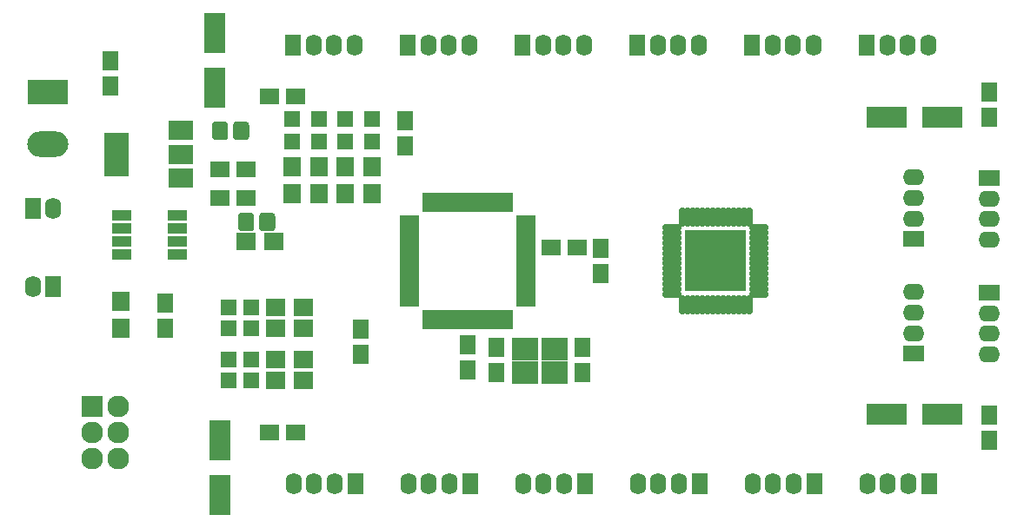
<source format=gts>
G04 #@! TF.GenerationSoftware,KiCad,Pcbnew,(5.0.0)*
G04 #@! TF.CreationDate,2019-08-07T23:03:13+02:00*
G04 #@! TF.ProjectId,minireklame,6D696E6972656B6C616D652E6B696361,rev?*
G04 #@! TF.SameCoordinates,Original*
G04 #@! TF.FileFunction,Soldermask,Top*
G04 #@! TF.FilePolarity,Negative*
%FSLAX46Y46*%
G04 Gerber Fmt 4.6, Leading zero omitted, Abs format (unit mm)*
G04 Created by KiCad (PCBNEW (5.0.0)) date 08/07/19 23:03:13*
%MOMM*%
%LPD*%
G01*
G04 APERTURE LIST*
%ADD10R,2.127200X2.127200*%
%ADD11O,2.127200X2.127200*%
%ADD12R,4.000000X2.480000*%
%ADD13O,4.000000X2.480000*%
%ADD14C,0.100000*%
%ADD15C,1.550000*%
%ADD16R,1.600000X2.100000*%
%ADD17O,1.600000X2.100000*%
%ADD18R,2.100000X1.600000*%
%ADD19O,2.100000X1.600000*%
%ADD20O,1.900000X0.700000*%
%ADD21O,0.700000X1.900000*%
%ADD22R,6.000000X6.000000*%
%ADD23R,1.700000X1.900000*%
%ADD24R,1.600000X1.600000*%
%ADD25R,1.950000X1.000000*%
%ADD26R,2.400000X4.200000*%
%ADD27R,2.400000X1.900000*%
%ADD28R,1.900000X1.700000*%
%ADD29R,2.500000X2.200000*%
%ADD30R,2.000000X3.900000*%
%ADD31R,3.900000X2.000000*%
%ADD32R,1.900000X1.650000*%
%ADD33R,1.650000X1.900000*%
%ADD34R,1.900000X0.950000*%
%ADD35R,0.950000X1.900000*%
G04 APERTURE END LIST*
D10*
G04 #@! TO.C,P18*
X78999000Y-88984000D03*
D11*
X81539000Y-88984000D03*
X78999000Y-91524000D03*
X81539000Y-91524000D03*
X78999000Y-94064000D03*
X81539000Y-94064000D03*
G04 #@! TD*
D12*
G04 #@! TO.C,P17*
X74681000Y-58306000D03*
D13*
X74681000Y-63386000D03*
G04 #@! TD*
D14*
G04 #@! TO.C,R12*
G36*
X94456071Y-70051623D02*
X94488781Y-70056475D01*
X94520857Y-70064509D01*
X94551991Y-70075649D01*
X94581884Y-70089787D01*
X94610247Y-70106787D01*
X94636807Y-70126485D01*
X94661308Y-70148692D01*
X94683515Y-70173193D01*
X94703213Y-70199753D01*
X94720213Y-70228116D01*
X94734351Y-70258009D01*
X94745491Y-70289143D01*
X94753525Y-70321219D01*
X94758377Y-70353929D01*
X94760000Y-70386956D01*
X94760000Y-71513044D01*
X94758377Y-71546071D01*
X94753525Y-71578781D01*
X94745491Y-71610857D01*
X94734351Y-71641991D01*
X94720213Y-71671884D01*
X94703213Y-71700247D01*
X94683515Y-71726807D01*
X94661308Y-71751308D01*
X94636807Y-71773515D01*
X94610247Y-71793213D01*
X94581884Y-71810213D01*
X94551991Y-71824351D01*
X94520857Y-71835491D01*
X94488781Y-71843525D01*
X94456071Y-71848377D01*
X94423044Y-71850000D01*
X93546956Y-71850000D01*
X93513929Y-71848377D01*
X93481219Y-71843525D01*
X93449143Y-71835491D01*
X93418009Y-71824351D01*
X93388116Y-71810213D01*
X93359753Y-71793213D01*
X93333193Y-71773515D01*
X93308692Y-71751308D01*
X93286485Y-71726807D01*
X93266787Y-71700247D01*
X93249787Y-71671884D01*
X93235649Y-71641991D01*
X93224509Y-71610857D01*
X93216475Y-71578781D01*
X93211623Y-71546071D01*
X93210000Y-71513044D01*
X93210000Y-70386956D01*
X93211623Y-70353929D01*
X93216475Y-70321219D01*
X93224509Y-70289143D01*
X93235649Y-70258009D01*
X93249787Y-70228116D01*
X93266787Y-70199753D01*
X93286485Y-70173193D01*
X93308692Y-70148692D01*
X93333193Y-70126485D01*
X93359753Y-70106787D01*
X93388116Y-70089787D01*
X93418009Y-70075649D01*
X93449143Y-70064509D01*
X93481219Y-70056475D01*
X93513929Y-70051623D01*
X93546956Y-70050000D01*
X94423044Y-70050000D01*
X94456071Y-70051623D01*
X94456071Y-70051623D01*
G37*
D15*
X93985000Y-70950000D03*
D14*
G36*
X96506071Y-70051623D02*
X96538781Y-70056475D01*
X96570857Y-70064509D01*
X96601991Y-70075649D01*
X96631884Y-70089787D01*
X96660247Y-70106787D01*
X96686807Y-70126485D01*
X96711308Y-70148692D01*
X96733515Y-70173193D01*
X96753213Y-70199753D01*
X96770213Y-70228116D01*
X96784351Y-70258009D01*
X96795491Y-70289143D01*
X96803525Y-70321219D01*
X96808377Y-70353929D01*
X96810000Y-70386956D01*
X96810000Y-71513044D01*
X96808377Y-71546071D01*
X96803525Y-71578781D01*
X96795491Y-71610857D01*
X96784351Y-71641991D01*
X96770213Y-71671884D01*
X96753213Y-71700247D01*
X96733515Y-71726807D01*
X96711308Y-71751308D01*
X96686807Y-71773515D01*
X96660247Y-71793213D01*
X96631884Y-71810213D01*
X96601991Y-71824351D01*
X96570857Y-71835491D01*
X96538781Y-71843525D01*
X96506071Y-71848377D01*
X96473044Y-71850000D01*
X95596956Y-71850000D01*
X95563929Y-71848377D01*
X95531219Y-71843525D01*
X95499143Y-71835491D01*
X95468009Y-71824351D01*
X95438116Y-71810213D01*
X95409753Y-71793213D01*
X95383193Y-71773515D01*
X95358692Y-71751308D01*
X95336485Y-71726807D01*
X95316787Y-71700247D01*
X95299787Y-71671884D01*
X95285649Y-71641991D01*
X95274509Y-71610857D01*
X95266475Y-71578781D01*
X95261623Y-71546071D01*
X95260000Y-71513044D01*
X95260000Y-70386956D01*
X95261623Y-70353929D01*
X95266475Y-70321219D01*
X95274509Y-70289143D01*
X95285649Y-70258009D01*
X95299787Y-70228116D01*
X95316787Y-70199753D01*
X95336485Y-70173193D01*
X95358692Y-70148692D01*
X95383193Y-70126485D01*
X95409753Y-70106787D01*
X95438116Y-70089787D01*
X95468009Y-70075649D01*
X95499143Y-70064509D01*
X95531219Y-70056475D01*
X95563929Y-70051623D01*
X95596956Y-70050000D01*
X96473044Y-70050000D01*
X96506071Y-70051623D01*
X96506071Y-70051623D01*
G37*
D15*
X96035000Y-70950000D03*
G04 #@! TD*
D14*
G04 #@! TO.C,R11*
G36*
X91916071Y-61161623D02*
X91948781Y-61166475D01*
X91980857Y-61174509D01*
X92011991Y-61185649D01*
X92041884Y-61199787D01*
X92070247Y-61216787D01*
X92096807Y-61236485D01*
X92121308Y-61258692D01*
X92143515Y-61283193D01*
X92163213Y-61309753D01*
X92180213Y-61338116D01*
X92194351Y-61368009D01*
X92205491Y-61399143D01*
X92213525Y-61431219D01*
X92218377Y-61463929D01*
X92220000Y-61496956D01*
X92220000Y-62623044D01*
X92218377Y-62656071D01*
X92213525Y-62688781D01*
X92205491Y-62720857D01*
X92194351Y-62751991D01*
X92180213Y-62781884D01*
X92163213Y-62810247D01*
X92143515Y-62836807D01*
X92121308Y-62861308D01*
X92096807Y-62883515D01*
X92070247Y-62903213D01*
X92041884Y-62920213D01*
X92011991Y-62934351D01*
X91980857Y-62945491D01*
X91948781Y-62953525D01*
X91916071Y-62958377D01*
X91883044Y-62960000D01*
X91006956Y-62960000D01*
X90973929Y-62958377D01*
X90941219Y-62953525D01*
X90909143Y-62945491D01*
X90878009Y-62934351D01*
X90848116Y-62920213D01*
X90819753Y-62903213D01*
X90793193Y-62883515D01*
X90768692Y-62861308D01*
X90746485Y-62836807D01*
X90726787Y-62810247D01*
X90709787Y-62781884D01*
X90695649Y-62751991D01*
X90684509Y-62720857D01*
X90676475Y-62688781D01*
X90671623Y-62656071D01*
X90670000Y-62623044D01*
X90670000Y-61496956D01*
X90671623Y-61463929D01*
X90676475Y-61431219D01*
X90684509Y-61399143D01*
X90695649Y-61368009D01*
X90709787Y-61338116D01*
X90726787Y-61309753D01*
X90746485Y-61283193D01*
X90768692Y-61258692D01*
X90793193Y-61236485D01*
X90819753Y-61216787D01*
X90848116Y-61199787D01*
X90878009Y-61185649D01*
X90909143Y-61174509D01*
X90941219Y-61166475D01*
X90973929Y-61161623D01*
X91006956Y-61160000D01*
X91883044Y-61160000D01*
X91916071Y-61161623D01*
X91916071Y-61161623D01*
G37*
D15*
X91445000Y-62060000D03*
D14*
G36*
X93966071Y-61161623D02*
X93998781Y-61166475D01*
X94030857Y-61174509D01*
X94061991Y-61185649D01*
X94091884Y-61199787D01*
X94120247Y-61216787D01*
X94146807Y-61236485D01*
X94171308Y-61258692D01*
X94193515Y-61283193D01*
X94213213Y-61309753D01*
X94230213Y-61338116D01*
X94244351Y-61368009D01*
X94255491Y-61399143D01*
X94263525Y-61431219D01*
X94268377Y-61463929D01*
X94270000Y-61496956D01*
X94270000Y-62623044D01*
X94268377Y-62656071D01*
X94263525Y-62688781D01*
X94255491Y-62720857D01*
X94244351Y-62751991D01*
X94230213Y-62781884D01*
X94213213Y-62810247D01*
X94193515Y-62836807D01*
X94171308Y-62861308D01*
X94146807Y-62883515D01*
X94120247Y-62903213D01*
X94091884Y-62920213D01*
X94061991Y-62934351D01*
X94030857Y-62945491D01*
X93998781Y-62953525D01*
X93966071Y-62958377D01*
X93933044Y-62960000D01*
X93056956Y-62960000D01*
X93023929Y-62958377D01*
X92991219Y-62953525D01*
X92959143Y-62945491D01*
X92928009Y-62934351D01*
X92898116Y-62920213D01*
X92869753Y-62903213D01*
X92843193Y-62883515D01*
X92818692Y-62861308D01*
X92796485Y-62836807D01*
X92776787Y-62810247D01*
X92759787Y-62781884D01*
X92745649Y-62751991D01*
X92734509Y-62720857D01*
X92726475Y-62688781D01*
X92721623Y-62656071D01*
X92720000Y-62623044D01*
X92720000Y-61496956D01*
X92721623Y-61463929D01*
X92726475Y-61431219D01*
X92734509Y-61399143D01*
X92745649Y-61368009D01*
X92759787Y-61338116D01*
X92776787Y-61309753D01*
X92796485Y-61283193D01*
X92818692Y-61258692D01*
X92843193Y-61236485D01*
X92869753Y-61216787D01*
X92898116Y-61199787D01*
X92928009Y-61185649D01*
X92959143Y-61174509D01*
X92991219Y-61166475D01*
X93023929Y-61161623D01*
X93056956Y-61160000D01*
X93933044Y-61160000D01*
X93966071Y-61161623D01*
X93966071Y-61161623D01*
G37*
D15*
X93495000Y-62060000D03*
G04 #@! TD*
D16*
G04 #@! TO.C,P20*
X75189000Y-77300000D03*
D17*
X73189000Y-77300000D03*
G04 #@! TD*
D16*
G04 #@! TO.C,P19*
X73189000Y-69680000D03*
D17*
X75189000Y-69680000D03*
G04 #@! TD*
D16*
G04 #@! TO.C,P10*
X154437000Y-53728800D03*
D17*
X156437000Y-53728800D03*
X158437000Y-53728800D03*
X160437000Y-53728800D03*
G04 #@! TD*
D18*
G04 #@! TO.C,P7*
X159009000Y-83808000D03*
D19*
X159009000Y-81808000D03*
X159009000Y-79808000D03*
X159009000Y-77808000D03*
G04 #@! TD*
D18*
G04 #@! TO.C,P15*
X166375000Y-66696000D03*
D19*
X166375000Y-68696000D03*
X166375000Y-70696000D03*
X166375000Y-72696000D03*
G04 #@! TD*
D16*
G04 #@! TO.C,P4*
X104599411Y-96451671D03*
D17*
X102599411Y-96451671D03*
X100599411Y-96451671D03*
X98599411Y-96451671D03*
G04 #@! TD*
D16*
G04 #@! TO.C,P14*
X143261000Y-53728800D03*
D17*
X145261000Y-53728800D03*
X147261000Y-53728800D03*
X149261000Y-53728800D03*
G04 #@! TD*
D18*
G04 #@! TO.C,P3*
X166375000Y-77872000D03*
D19*
X166375000Y-79872000D03*
X166375000Y-81872000D03*
X166375000Y-83872000D03*
G04 #@! TD*
D16*
G04 #@! TO.C,P13*
X132085000Y-53728800D03*
D17*
X134085000Y-53728800D03*
X136085000Y-53728800D03*
X138085000Y-53728800D03*
G04 #@! TD*
D16*
G04 #@! TO.C,P2*
X149303411Y-96451671D03*
D17*
X147303411Y-96451671D03*
X145303411Y-96451671D03*
X143303411Y-96451671D03*
G04 #@! TD*
D16*
G04 #@! TO.C,P1*
X138127411Y-96451671D03*
D17*
X136127411Y-96451671D03*
X134127411Y-96451671D03*
X132127411Y-96451671D03*
G04 #@! TD*
D16*
G04 #@! TO.C,P0*
X115775411Y-96451671D03*
D17*
X113775411Y-96451671D03*
X111775411Y-96451671D03*
X109775411Y-96451671D03*
G04 #@! TD*
D20*
G04 #@! TO.C,U3*
X143955000Y-78010000D03*
X143955000Y-77510000D03*
X143955000Y-77010000D03*
X143955000Y-76510000D03*
X143955000Y-76010000D03*
X143955000Y-75510000D03*
X143955000Y-75010000D03*
X143955000Y-74510000D03*
X143955000Y-74010000D03*
X143955000Y-73510000D03*
X143955000Y-73010000D03*
X143955000Y-72510000D03*
X143955000Y-72010000D03*
X143955000Y-71510000D03*
D21*
X142955000Y-70510000D03*
X142455000Y-70510000D03*
X141955000Y-70510000D03*
X141455000Y-70510000D03*
X140955000Y-70510000D03*
X140455000Y-70510000D03*
X139955000Y-70510000D03*
X139455000Y-70510000D03*
X138955000Y-70510000D03*
X138455000Y-70510000D03*
X137955000Y-70510000D03*
X137455000Y-70510000D03*
X136955000Y-70510000D03*
X136455000Y-70510000D03*
D20*
X135455000Y-71510000D03*
X135455000Y-72010000D03*
X135455000Y-72510000D03*
X135455000Y-73010000D03*
X135455000Y-73510000D03*
X135455000Y-74010000D03*
X135455000Y-74510000D03*
X135455000Y-75010000D03*
X135455000Y-75510000D03*
X135455000Y-76010000D03*
X135455000Y-76510000D03*
X135455000Y-77010000D03*
X135455000Y-77510000D03*
X135455000Y-78010000D03*
D21*
X136455000Y-79010000D03*
X136955000Y-79010000D03*
X137455000Y-79010000D03*
X137955000Y-79010000D03*
X138455000Y-79010000D03*
X138955000Y-79010000D03*
X139455000Y-79010000D03*
X139955000Y-79010000D03*
X140455000Y-79010000D03*
X140955000Y-79010000D03*
X141455000Y-79010000D03*
X141955000Y-79010000D03*
X142455000Y-79010000D03*
X142955000Y-79010000D03*
D22*
X139705000Y-74760000D03*
G04 #@! TD*
D23*
G04 #@! TO.C,R10*
X98487000Y-65538000D03*
X98487000Y-68238000D03*
G04 #@! TD*
G04 #@! TO.C,R9*
X101075000Y-65538000D03*
X101075000Y-68238000D03*
G04 #@! TD*
G04 #@! TO.C,R8*
X103663000Y-65538000D03*
X103663000Y-68238000D03*
G04 #@! TD*
G04 #@! TO.C,R7*
X106251000Y-65538000D03*
X106251000Y-68238000D03*
G04 #@! TD*
D24*
G04 #@! TO.C,D8*
X98487000Y-60946000D03*
X98487000Y-63146000D03*
G04 #@! TD*
G04 #@! TO.C,D7*
X101075000Y-60946000D03*
X101075000Y-63146000D03*
G04 #@! TD*
G04 #@! TO.C,D6*
X103663000Y-60946000D03*
X103663000Y-63146000D03*
G04 #@! TD*
G04 #@! TO.C,D5*
X106251000Y-60946000D03*
X106251000Y-63146000D03*
G04 #@! TD*
D25*
G04 #@! TO.C,U2*
X87287000Y-74125000D03*
X87287000Y-72855000D03*
X87287000Y-71585000D03*
X87287000Y-70315000D03*
X81887000Y-70315000D03*
X81887000Y-71585000D03*
X81887000Y-72855000D03*
X81887000Y-74125000D03*
G04 #@! TD*
D26*
G04 #@! TO.C,U1*
X81335000Y-64360000D03*
D27*
X87635000Y-64360000D03*
X87635000Y-62060000D03*
X87635000Y-66660000D03*
G04 #@! TD*
D28*
G04 #@! TO.C,R6*
X96873000Y-86444000D03*
X99573000Y-86444000D03*
G04 #@! TD*
G04 #@! TO.C,R5*
X96873000Y-84412000D03*
X99573000Y-84412000D03*
G04 #@! TD*
G04 #@! TO.C,R4*
X96873000Y-81364000D03*
X99573000Y-81364000D03*
G04 #@! TD*
G04 #@! TO.C,R3*
X96873000Y-79332000D03*
X99573000Y-79332000D03*
G04 #@! TD*
D23*
G04 #@! TO.C,R2*
X81793000Y-78664000D03*
X81793000Y-81364000D03*
G04 #@! TD*
D28*
G04 #@! TO.C,R1*
X96685000Y-72855000D03*
X93985000Y-72855000D03*
G04 #@! TD*
D29*
G04 #@! TO.C,Q1*
X121163000Y-85682000D03*
X124063000Y-85682000D03*
X124063000Y-83382000D03*
X121163000Y-83382000D03*
G04 #@! TD*
D24*
G04 #@! TO.C,D4*
X92293000Y-86444000D03*
X94493000Y-86444000D03*
G04 #@! TD*
G04 #@! TO.C,D3*
X92293000Y-84412000D03*
X94493000Y-84412000D03*
G04 #@! TD*
G04 #@! TO.C,D2*
X92293000Y-81322443D03*
X94493000Y-81322443D03*
G04 #@! TD*
G04 #@! TO.C,D1*
X92293000Y-79332000D03*
X94493000Y-79332000D03*
G04 #@! TD*
D30*
G04 #@! TO.C,C19*
X91445000Y-92220000D03*
X91445000Y-97620000D03*
G04 #@! TD*
D31*
G04 #@! TO.C,C18*
X161803000Y-89746000D03*
X156403000Y-89746000D03*
G04 #@! TD*
G04 #@! TO.C,C17*
X161803000Y-60790000D03*
X156403000Y-60790000D03*
G04 #@! TD*
D32*
G04 #@! TO.C,C15*
X96291000Y-91524000D03*
X98791000Y-91524000D03*
G04 #@! TD*
D33*
G04 #@! TO.C,C14*
X166375000Y-89766000D03*
X166375000Y-92266000D03*
G04 #@! TD*
G04 #@! TO.C,C13*
X166375000Y-60770000D03*
X166375000Y-58270000D03*
G04 #@! TD*
D32*
G04 #@! TO.C,C12*
X96291000Y-58758000D03*
X98791000Y-58758000D03*
G04 #@! TD*
G04 #@! TO.C,C11*
X91465000Y-65870000D03*
X93965000Y-65870000D03*
G04 #@! TD*
D33*
G04 #@! TO.C,C10*
X80777000Y-57722000D03*
X80777000Y-55222000D03*
G04 #@! TD*
G04 #@! TO.C,C9*
X126751000Y-83182000D03*
X126751000Y-85682000D03*
G04 #@! TD*
G04 #@! TO.C,C8*
X118369000Y-85682000D03*
X118369000Y-83182000D03*
G04 #@! TD*
G04 #@! TO.C,C7*
X86111000Y-81344000D03*
X86111000Y-78844000D03*
G04 #@! TD*
D32*
G04 #@! TO.C,C6*
X126223000Y-73490000D03*
X123723000Y-73490000D03*
G04 #@! TD*
D33*
G04 #@! TO.C,C5*
X109479000Y-61064000D03*
X109479000Y-63564000D03*
G04 #@! TD*
G04 #@! TO.C,C4*
X115575000Y-82908000D03*
X115575000Y-85408000D03*
G04 #@! TD*
G04 #@! TO.C,C3*
X128529000Y-73510000D03*
X128529000Y-76010000D03*
G04 #@! TD*
G04 #@! TO.C,C2*
X105161000Y-81384000D03*
X105161000Y-83884000D03*
G04 #@! TD*
D32*
G04 #@! TO.C,C1*
X91445000Y-68664000D03*
X93945000Y-68664000D03*
G04 #@! TD*
D16*
G04 #@! TO.C,P8*
X98557000Y-53728800D03*
D17*
X100557000Y-53728800D03*
X102557000Y-53728800D03*
X104557000Y-53728800D03*
G04 #@! TD*
D16*
G04 #@! TO.C,P12*
X109733000Y-53728800D03*
D17*
X111733000Y-53728800D03*
X113733000Y-53728800D03*
X115733000Y-53728800D03*
G04 #@! TD*
D16*
G04 #@! TO.C,P9*
X120909000Y-53728800D03*
D17*
X122909000Y-53728800D03*
X124909000Y-53728800D03*
X126909000Y-53728800D03*
G04 #@! TD*
D18*
G04 #@! TO.C,P11*
X159009000Y-72632000D03*
D19*
X159009000Y-70632000D03*
X159009000Y-68632000D03*
X159009000Y-66632000D03*
G04 #@! TD*
D16*
G04 #@! TO.C,P6*
X160479411Y-96451671D03*
D17*
X158479411Y-96451671D03*
X156479411Y-96451671D03*
X154479411Y-96451671D03*
G04 #@! TD*
D16*
G04 #@! TO.C,P5*
X126951411Y-96451671D03*
D17*
X124951411Y-96451671D03*
X122951411Y-96451671D03*
X120951411Y-96451671D03*
G04 #@! TD*
D30*
G04 #@! TO.C,C16*
X90937000Y-57902000D03*
X90937000Y-52502000D03*
G04 #@! TD*
D34*
G04 #@! TO.C,IC1*
X121275000Y-78760000D03*
X121275000Y-77960000D03*
X121275000Y-77160000D03*
X121275000Y-76360000D03*
X121275000Y-75560000D03*
X121275000Y-74760000D03*
X121275000Y-73960000D03*
X121275000Y-73160000D03*
X121275000Y-72360000D03*
X121275000Y-71560000D03*
X121275000Y-70760000D03*
D35*
X119575000Y-69060000D03*
X118775000Y-69060000D03*
X117975000Y-69060000D03*
X117175000Y-69060000D03*
X116375000Y-69060000D03*
X115575000Y-69060000D03*
X114775000Y-69060000D03*
X113975000Y-69060000D03*
X113175000Y-69060000D03*
X112375000Y-69060000D03*
X111575000Y-69060000D03*
D34*
X109875000Y-70760000D03*
X109875000Y-71560000D03*
X109875000Y-72360000D03*
X109875000Y-73160000D03*
X109875000Y-73960000D03*
X109875000Y-74760000D03*
X109875000Y-75560000D03*
X109875000Y-76360000D03*
X109875000Y-77160000D03*
X109875000Y-77960000D03*
X109875000Y-78760000D03*
D35*
X111575000Y-80460000D03*
X112375000Y-80460000D03*
X113175000Y-80460000D03*
X113975000Y-80460000D03*
X114775000Y-80460000D03*
X115575000Y-80460000D03*
X116375000Y-80460000D03*
X117175000Y-80460000D03*
X117975000Y-80460000D03*
X118775000Y-80460000D03*
X119575000Y-80460000D03*
G04 #@! TD*
M02*

</source>
